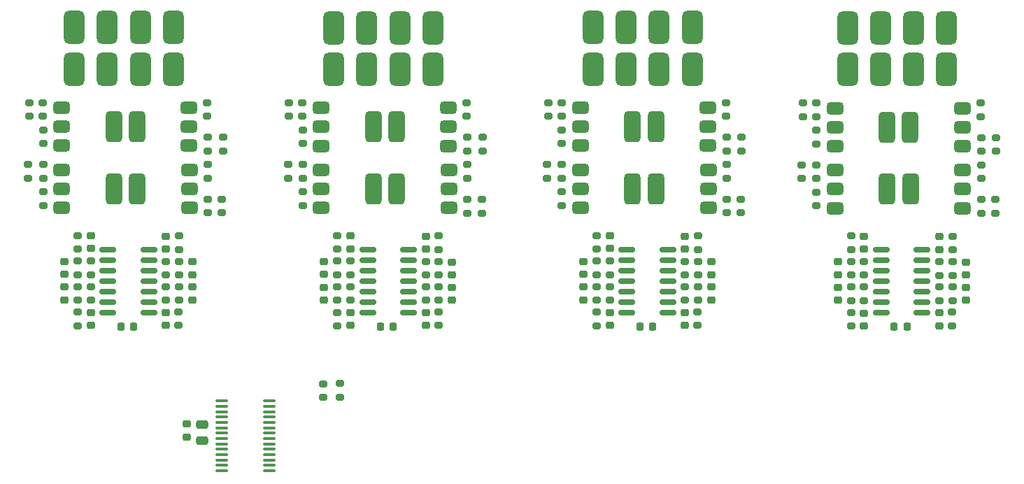
<source format=gbr>
%TF.GenerationSoftware,KiCad,Pcbnew,8.0.4*%
%TF.CreationDate,2024-08-21T17:35:59-07:00*%
%TF.ProjectId,SMA_Test_Bed,534d415f-5465-4737-945f-4265642e6b69,rev?*%
%TF.SameCoordinates,Original*%
%TF.FileFunction,Paste,Top*%
%TF.FilePolarity,Positive*%
%FSLAX46Y46*%
G04 Gerber Fmt 4.6, Leading zero omitted, Abs format (unit mm)*
G04 Created by KiCad (PCBNEW 8.0.4) date 2024-08-21 17:35:59*
%MOMM*%
%LPD*%
G01*
G04 APERTURE LIST*
G04 Aperture macros list*
%AMRoundRect*
0 Rectangle with rounded corners*
0 $1 Rounding radius*
0 $2 $3 $4 $5 $6 $7 $8 $9 X,Y pos of 4 corners*
0 Add a 4 corners polygon primitive as box body*
4,1,4,$2,$3,$4,$5,$6,$7,$8,$9,$2,$3,0*
0 Add four circle primitives for the rounded corners*
1,1,$1+$1,$2,$3*
1,1,$1+$1,$4,$5*
1,1,$1+$1,$6,$7*
1,1,$1+$1,$8,$9*
0 Add four rect primitives between the rounded corners*
20,1,$1+$1,$2,$3,$4,$5,0*
20,1,$1+$1,$4,$5,$6,$7,0*
20,1,$1+$1,$6,$7,$8,$9,0*
20,1,$1+$1,$8,$9,$2,$3,0*%
G04 Aperture macros list end*
%ADD10RoundRect,0.200000X-0.275000X0.200000X-0.275000X-0.200000X0.275000X-0.200000X0.275000X0.200000X0*%
%ADD11RoundRect,0.200000X0.275000X-0.200000X0.275000X0.200000X-0.275000X0.200000X-0.275000X-0.200000X0*%
%ADD12RoundRect,0.225000X0.250000X-0.225000X0.250000X0.225000X-0.250000X0.225000X-0.250000X-0.225000X0*%
%ADD13RoundRect,0.635000X-0.635000X-1.365000X0.635000X-1.365000X0.635000X1.365000X-0.635000X1.365000X0*%
%ADD14RoundRect,0.150000X-0.825000X-0.150000X0.825000X-0.150000X0.825000X0.150000X-0.825000X0.150000X0*%
%ADD15RoundRect,0.225000X-0.225000X-0.250000X0.225000X-0.250000X0.225000X0.250000X-0.225000X0.250000X0*%
%ADD16RoundRect,0.225000X-0.250000X0.225000X-0.250000X-0.225000X0.250000X-0.225000X0.250000X0.225000X0*%
%ADD17RoundRect,0.100000X-0.637500X-0.100000X0.637500X-0.100000X0.637500X0.100000X-0.637500X0.100000X0*%
%ADD18RoundRect,0.375000X-0.625000X-0.375000X0.625000X-0.375000X0.625000X0.375000X-0.625000X0.375000X0*%
%ADD19RoundRect,0.500000X-0.500000X-1.400000X0.500000X-1.400000X0.500000X1.400000X-0.500000X1.400000X0*%
%ADD20RoundRect,0.375000X0.625000X0.375000X-0.625000X0.375000X-0.625000X-0.375000X0.625000X-0.375000X0*%
%ADD21RoundRect,0.500000X0.500000X1.400000X-0.500000X1.400000X-0.500000X-1.400000X0.500000X-1.400000X0*%
%ADD22RoundRect,0.250000X-0.475000X0.250000X-0.475000X-0.250000X0.475000X-0.250000X0.475000X0.250000X0*%
G04 APERTURE END LIST*
D10*
%TO.C,R18*%
X156818065Y-82992431D03*
X156818065Y-84642431D03*
%TD*%
D11*
%TO.C,R45*%
X172225000Y-99600000D03*
X172225000Y-97950000D03*
%TD*%
%TO.C,R57*%
X164650000Y-87925000D03*
X164650000Y-86275000D03*
%TD*%
D10*
%TO.C,R78*%
X125400000Y-82975000D03*
X125400000Y-84625000D03*
%TD*%
D12*
%TO.C,C6*%
X140843065Y-96467431D03*
X140843065Y-94917431D03*
%TD*%
D13*
%TO.C,J9*%
X209000000Y-69750000D03*
X213000000Y-69750000D03*
%TD*%
D11*
%TO.C,R16*%
X149943065Y-99667431D03*
X149943065Y-98017431D03*
%TD*%
D14*
%TO.C,U5*%
X111500000Y-96565000D03*
X111500000Y-97835000D03*
X111500000Y-99105000D03*
X111500000Y-100375000D03*
X111500000Y-101645000D03*
X111500000Y-102915000D03*
X111500000Y-104185000D03*
X116450000Y-104185000D03*
X116450000Y-102915000D03*
X116450000Y-101645000D03*
X116450000Y-100375000D03*
X116450000Y-99105000D03*
X116450000Y-97835000D03*
X116450000Y-96565000D03*
%TD*%
D13*
%TO.C,J13*%
X178200000Y-69700000D03*
X182200000Y-69700000D03*
%TD*%
D10*
%TO.C,R14*%
X151543065Y-98017431D03*
X151543065Y-99667431D03*
%TD*%
D11*
%TO.C,R72*%
X120125000Y-96550000D03*
X120125000Y-94900000D03*
%TD*%
D12*
%TO.C,C24*%
X172225000Y-96450000D03*
X172225000Y-94900000D03*
%TD*%
D15*
%TO.C,C3*%
X144468065Y-105892431D03*
X146018065Y-105892431D03*
%TD*%
D10*
%TO.C,R19*%
X135068065Y-89592431D03*
X135068065Y-91242431D03*
%TD*%
D16*
%TO.C,C13*%
X199825000Y-98050000D03*
X199825000Y-99600000D03*
%TD*%
D11*
%TO.C,R71*%
X107825000Y-102700000D03*
X107825000Y-101050000D03*
%TD*%
D13*
%TO.C,J10*%
X170200000Y-69700000D03*
X174200000Y-69700000D03*
%TD*%
D11*
%TO.C,R20*%
X154918065Y-80442431D03*
X154918065Y-78792431D03*
%TD*%
D10*
%TO.C,R29*%
X197250000Y-82125000D03*
X197250000Y-83775000D03*
%TD*%
D11*
%TO.C,R10*%
X155018065Y-87942431D03*
X155018065Y-86292431D03*
%TD*%
%TO.C,R43*%
X170625000Y-96500000D03*
X170625000Y-94850000D03*
%TD*%
%TO.C,R27*%
X195600000Y-80475000D03*
X195600000Y-78825000D03*
%TD*%
%TO.C,R12*%
X151543065Y-96567431D03*
X151543065Y-94917431D03*
%TD*%
%TO.C,R80*%
X123500000Y-80425000D03*
X123500000Y-78775000D03*
%TD*%
D12*
%TO.C,C8*%
X137643065Y-102667431D03*
X137643065Y-101117431D03*
%TD*%
D11*
%TO.C,R56*%
X181325000Y-99650000D03*
X181325000Y-98000000D03*
%TD*%
%TO.C,R82*%
X139600000Y-114425000D03*
X139600000Y-112775000D03*
%TD*%
D12*
%TO.C,C11*%
X149943065Y-96517431D03*
X149943065Y-94967431D03*
%TD*%
D17*
%TO.C,U1*%
X125262500Y-114900000D03*
X125262500Y-115550000D03*
X125262500Y-116200000D03*
X125262500Y-116850000D03*
X125262500Y-117500000D03*
X125262500Y-118150000D03*
X125262500Y-118800000D03*
X125262500Y-119450000D03*
X125262500Y-120100000D03*
X125262500Y-120750000D03*
X125262500Y-121400000D03*
X125262500Y-122050000D03*
X125262500Y-122700000D03*
X125262500Y-123350000D03*
X130987500Y-123350000D03*
X130987500Y-122700000D03*
X130987500Y-122050000D03*
X130987500Y-121400000D03*
X130987500Y-120750000D03*
X130987500Y-120100000D03*
X130987500Y-119450000D03*
X130987500Y-118800000D03*
X130987500Y-118150000D03*
X130987500Y-117500000D03*
X130987500Y-116850000D03*
X130987500Y-116200000D03*
X130987500Y-115550000D03*
X130987500Y-114900000D03*
%TD*%
D18*
%TO.C,Q9*%
X168700000Y-79400000D03*
X168700000Y-81700000D03*
X168700000Y-84000000D03*
D19*
X175000000Y-81700000D03*
%TD*%
D12*
%TO.C,C35*%
X106225000Y-102650000D03*
X106225000Y-101100000D03*
%TD*%
D14*
%TO.C,U3*%
X205100000Y-96615000D03*
X205100000Y-97885000D03*
X205100000Y-99155000D03*
X205100000Y-100425000D03*
X205100000Y-101695000D03*
X205100000Y-102965000D03*
X205100000Y-104235000D03*
X210050000Y-104235000D03*
X210050000Y-102965000D03*
X210050000Y-101695000D03*
X210050000Y-100425000D03*
X210050000Y-99155000D03*
X210050000Y-97885000D03*
X210050000Y-96615000D03*
%TD*%
D10*
%TO.C,R55*%
X172225000Y-101050000D03*
X172225000Y-102700000D03*
%TD*%
D16*
%TO.C,C37*%
X109425000Y-104200000D03*
X109425000Y-105750000D03*
%TD*%
D11*
%TO.C,R3*%
X139243065Y-96517431D03*
X139243065Y-94867431D03*
%TD*%
D10*
%TO.C,R42*%
X182850000Y-104100000D03*
X182850000Y-105750000D03*
%TD*%
%TO.C,R66*%
X118525000Y-101050000D03*
X118525000Y-102700000D03*
%TD*%
D16*
%TO.C,C7*%
X149943065Y-104192431D03*
X149943065Y-105742431D03*
%TD*%
D20*
%TO.C,Q8*%
X214900000Y-84050000D03*
X214900000Y-81750000D03*
X214900000Y-79450000D03*
D21*
X208600000Y-81750000D03*
%TD*%
D10*
%TO.C,R6*%
X149943065Y-101067431D03*
X149943065Y-102717431D03*
%TD*%
D13*
%TO.C,J12*%
X170200000Y-74700000D03*
X174200000Y-74700000D03*
%TD*%
D10*
%TO.C,R59*%
X166450000Y-89575000D03*
X166450000Y-91225000D03*
%TD*%
%TO.C,R89*%
X186400000Y-90475000D03*
X186400000Y-92125000D03*
%TD*%
D16*
%TO.C,C27*%
X184525000Y-98050000D03*
X184525000Y-99600000D03*
%TD*%
D12*
%TO.C,C20*%
X212125000Y-96550000D03*
X212125000Y-95000000D03*
%TD*%
D13*
%TO.C,J15*%
X115400000Y-74700000D03*
X119400000Y-74700000D03*
%TD*%
D10*
%TO.C,R48*%
X188100000Y-90475000D03*
X188100000Y-92125000D03*
%TD*%
%TO.C,R39*%
X197250000Y-89625000D03*
X197250000Y-91275000D03*
%TD*%
D12*
%TO.C,C23*%
X184525000Y-102650000D03*
X184525000Y-101100000D03*
%TD*%
D11*
%TO.C,R37*%
X195450000Y-87975000D03*
X195450000Y-86325000D03*
%TD*%
D16*
%TO.C,C31*%
X106225000Y-98000000D03*
X106225000Y-99550000D03*
%TD*%
D11*
%TO.C,R17*%
X133268065Y-87942431D03*
X133268065Y-86292431D03*
%TD*%
D18*
%TO.C,Q7*%
X199500000Y-86950000D03*
X199500000Y-89250000D03*
X199500000Y-91550000D03*
D19*
X205800000Y-89250000D03*
%TD*%
D16*
%TO.C,C10*%
X140843065Y-104217431D03*
X140843065Y-105767431D03*
%TD*%
%TO.C,C19*%
X203025000Y-104250000D03*
X203025000Y-105800000D03*
%TD*%
D11*
%TO.C,R47*%
X164800000Y-80425000D03*
X164800000Y-78775000D03*
%TD*%
D12*
%TO.C,C14*%
X215325000Y-102700000D03*
X215325000Y-101150000D03*
%TD*%
%TO.C,C15*%
X203025000Y-96500000D03*
X203025000Y-94950000D03*
%TD*%
D20*
%TO.C,Q10*%
X184150000Y-91500000D03*
X184150000Y-89200000D03*
X184150000Y-86900000D03*
D21*
X177850000Y-89200000D03*
%TD*%
D18*
%TO.C,Q13*%
X105900000Y-79400000D03*
X105900000Y-81700000D03*
X105900000Y-84000000D03*
D19*
X112200000Y-81700000D03*
%TD*%
D10*
%TO.C,R41*%
X170625000Y-97950000D03*
X170625000Y-99600000D03*
%TD*%
%TO.C,R26*%
X212125000Y-101100000D03*
X212125000Y-102750000D03*
%TD*%
D18*
%TO.C,Q3*%
X137318065Y-86917431D03*
X137318065Y-89217431D03*
X137318065Y-91517431D03*
D19*
X143618065Y-89217431D03*
%TD*%
D11*
%TO.C,R50*%
X186400000Y-87925000D03*
X186400000Y-86275000D03*
%TD*%
D20*
%TO.C,Q6*%
X214950000Y-91550000D03*
X214950000Y-89250000D03*
X214950000Y-86950000D03*
D21*
X208650000Y-89250000D03*
%TD*%
D13*
%TO.C,J7*%
X209000000Y-74750000D03*
X213000000Y-74750000D03*
%TD*%
D11*
%TO.C,R83*%
X135018065Y-80442431D03*
X135018065Y-78792431D03*
%TD*%
D20*
%TO.C,Q4*%
X152718065Y-84017431D03*
X152718065Y-81717431D03*
X152718065Y-79417431D03*
D21*
X146418065Y-81717431D03*
%TD*%
D15*
%TO.C,C12*%
X206650000Y-105925000D03*
X208200000Y-105925000D03*
%TD*%
D10*
%TO.C,R28*%
X218900000Y-90525000D03*
X218900000Y-92175000D03*
%TD*%
D11*
%TO.C,R84*%
X197200000Y-80475000D03*
X197200000Y-78825000D03*
%TD*%
D13*
%TO.C,J17*%
X115400000Y-69700000D03*
X119400000Y-69700000D03*
%TD*%
D10*
%TO.C,R68*%
X125300000Y-90475000D03*
X125300000Y-92125000D03*
%TD*%
%TO.C,R49*%
X166450000Y-82075000D03*
X166450000Y-83725000D03*
%TD*%
D11*
%TO.C,R7*%
X133418065Y-80442431D03*
X133418065Y-78792431D03*
%TD*%
D20*
%TO.C,Q12*%
X184100000Y-84000000D03*
X184100000Y-81700000D03*
X184100000Y-79400000D03*
D21*
X177800000Y-81700000D03*
%TD*%
D10*
%TO.C,R38*%
X219000000Y-83025000D03*
X219000000Y-84675000D03*
%TD*%
D12*
%TO.C,C33*%
X109425000Y-96450000D03*
X109425000Y-94900000D03*
%TD*%
D13*
%TO.C,J6*%
X201000000Y-69750000D03*
X205000000Y-69750000D03*
%TD*%
D10*
%TO.C,R95*%
X155018065Y-82992431D03*
X155018065Y-84642431D03*
%TD*%
%TO.C,R9*%
X135068065Y-82092431D03*
X135068065Y-83742431D03*
%TD*%
%TO.C,R21*%
X201425000Y-98000000D03*
X201425000Y-99650000D03*
%TD*%
D13*
%TO.C,J4*%
X138818065Y-74717431D03*
X142818065Y-74717431D03*
%TD*%
%TO.C,J5*%
X146818065Y-69717431D03*
X150818065Y-69717431D03*
%TD*%
D10*
%TO.C,R2*%
X151468065Y-104117431D03*
X151468065Y-105767431D03*
%TD*%
D11*
%TO.C,R11*%
X139243065Y-102717431D03*
X139243065Y-101067431D03*
%TD*%
%TO.C,R64*%
X120125000Y-102700000D03*
X120125000Y-101050000D03*
%TD*%
%TO.C,R65*%
X109425000Y-99600000D03*
X109425000Y-97950000D03*
%TD*%
%TO.C,R85*%
X166400000Y-80425000D03*
X166400000Y-78775000D03*
%TD*%
%TO.C,R67*%
X102000000Y-80425000D03*
X102000000Y-78775000D03*
%TD*%
D16*
%TO.C,C28*%
X172225000Y-104200000D03*
X172225000Y-105750000D03*
%TD*%
D14*
%TO.C,U4*%
X174300000Y-96565000D03*
X174300000Y-97835000D03*
X174300000Y-99105000D03*
X174300000Y-100375000D03*
X174300000Y-101645000D03*
X174300000Y-102915000D03*
X174300000Y-104185000D03*
X179250000Y-104185000D03*
X179250000Y-102915000D03*
X179250000Y-101645000D03*
X179250000Y-100375000D03*
X179250000Y-99105000D03*
X179250000Y-97835000D03*
X179250000Y-96565000D03*
%TD*%
D20*
%TO.C,Q16*%
X121300000Y-84000000D03*
X121300000Y-81700000D03*
X121300000Y-79400000D03*
D21*
X115000000Y-81700000D03*
%TD*%
D11*
%TO.C,R70*%
X123600000Y-87925000D03*
X123600000Y-86275000D03*
%TD*%
D20*
%TO.C,Q14*%
X121350000Y-91500000D03*
X121350000Y-89200000D03*
X121350000Y-86900000D03*
D21*
X115050000Y-89200000D03*
%TD*%
D14*
%TO.C,U2*%
X142918065Y-96582431D03*
X142918065Y-97852431D03*
X142918065Y-99122431D03*
X142918065Y-100392431D03*
X142918065Y-101662431D03*
X142918065Y-102932431D03*
X142918065Y-104202431D03*
X147868065Y-104202431D03*
X147868065Y-102932431D03*
X147868065Y-101662431D03*
X147868065Y-100392431D03*
X147868065Y-99122431D03*
X147868065Y-97852431D03*
X147868065Y-96582431D03*
%TD*%
D13*
%TO.C,J2*%
X138818065Y-69717431D03*
X142818065Y-69717431D03*
%TD*%
D10*
%TO.C,R98*%
X123600000Y-82975000D03*
X123600000Y-84625000D03*
%TD*%
%TO.C,R87*%
X155018065Y-90492431D03*
X155018065Y-92142431D03*
%TD*%
D11*
%TO.C,R63*%
X107825000Y-96500000D03*
X107825000Y-94850000D03*
%TD*%
D10*
%TO.C,R61*%
X107825000Y-97950000D03*
X107825000Y-99600000D03*
%TD*%
%TO.C,R88*%
X217200000Y-90525000D03*
X217200000Y-92175000D03*
%TD*%
%TO.C,R73*%
X107825000Y-104150000D03*
X107825000Y-105800000D03*
%TD*%
D11*
%TO.C,R51*%
X170625000Y-102700000D03*
X170625000Y-101050000D03*
%TD*%
%TO.C,R25*%
X203025000Y-99650000D03*
X203025000Y-98000000D03*
%TD*%
%TO.C,R86*%
X103600000Y-80425000D03*
X103600000Y-78775000D03*
%TD*%
D12*
%TO.C,C32*%
X121725000Y-102650000D03*
X121725000Y-101100000D03*
%TD*%
D16*
%TO.C,C9*%
X153143065Y-98067431D03*
X153143065Y-99617431D03*
%TD*%
D11*
%TO.C,R32*%
X213725000Y-96600000D03*
X213725000Y-94950000D03*
%TD*%
%TO.C,R40*%
X217100000Y-80475000D03*
X217100000Y-78825000D03*
%TD*%
%TO.C,R60*%
X186300000Y-80425000D03*
X186300000Y-78775000D03*
%TD*%
D12*
%TO.C,C5*%
X153143065Y-102667431D03*
X153143065Y-101117431D03*
%TD*%
D10*
%TO.C,R46*%
X181325000Y-101050000D03*
X181325000Y-102700000D03*
%TD*%
D12*
%TO.C,C29*%
X181325000Y-96500000D03*
X181325000Y-94950000D03*
%TD*%
D16*
%TO.C,C18*%
X215325000Y-98100000D03*
X215325000Y-99650000D03*
%TD*%
D11*
%TO.C,R4*%
X151543065Y-102717431D03*
X151543065Y-101067431D03*
%TD*%
D10*
%TO.C,R97*%
X186400000Y-82975000D03*
X186400000Y-84625000D03*
%TD*%
D18*
%TO.C,Q15*%
X105900000Y-86900000D03*
X105900000Y-89200000D03*
X105900000Y-91500000D03*
D19*
X112200000Y-89200000D03*
%TD*%
D18*
%TO.C,Q11*%
X168700000Y-86900000D03*
X168700000Y-89200000D03*
X168700000Y-91500000D03*
D19*
X175000000Y-89200000D03*
%TD*%
D16*
%TO.C,C25*%
X181325000Y-104175000D03*
X181325000Y-105725000D03*
%TD*%
D13*
%TO.C,J8*%
X201000000Y-74750000D03*
X205000000Y-74750000D03*
%TD*%
D15*
%TO.C,C21*%
X175850000Y-105875000D03*
X177400000Y-105875000D03*
%TD*%
D10*
%TO.C,R75*%
X109425000Y-101050000D03*
X109425000Y-102700000D03*
%TD*%
D13*
%TO.C,J3*%
X146818065Y-74717431D03*
X150818065Y-74717431D03*
%TD*%
D10*
%TO.C,R54*%
X182925000Y-98000000D03*
X182925000Y-99650000D03*
%TD*%
D16*
%TO.C,C4*%
X137643065Y-98017431D03*
X137643065Y-99567431D03*
%TD*%
D11*
%TO.C,R36*%
X212125000Y-99700000D03*
X212125000Y-98050000D03*
%TD*%
D12*
%TO.C,C38*%
X118525000Y-96500000D03*
X118525000Y-94950000D03*
%TD*%
D18*
%TO.C,Q5*%
X199500000Y-79450000D03*
X199500000Y-81750000D03*
X199500000Y-84050000D03*
D19*
X205800000Y-81750000D03*
%TD*%
D13*
%TO.C,J14*%
X107400000Y-69700000D03*
X111400000Y-69700000D03*
%TD*%
D16*
%TO.C,C34*%
X118525000Y-104175000D03*
X118525000Y-105725000D03*
%TD*%
D10*
%TO.C,R15*%
X140843065Y-101067431D03*
X140843065Y-102717431D03*
%TD*%
%TO.C,R62*%
X120050000Y-104100000D03*
X120050000Y-105750000D03*
%TD*%
%TO.C,R22*%
X213650000Y-104150000D03*
X213650000Y-105800000D03*
%TD*%
%TO.C,R96*%
X217200000Y-83025000D03*
X217200000Y-84675000D03*
%TD*%
D22*
%TO.C,C1*%
X122925000Y-117775000D03*
X122925000Y-119675000D03*
%TD*%
D10*
%TO.C,R35*%
X203025000Y-101100000D03*
X203025000Y-102750000D03*
%TD*%
D16*
%TO.C,C2*%
X121000000Y-117700000D03*
X121000000Y-119250000D03*
%TD*%
D10*
%TO.C,R53*%
X170625000Y-104150000D03*
X170625000Y-105800000D03*
%TD*%
D11*
%TO.C,R23*%
X201425000Y-96550000D03*
X201425000Y-94900000D03*
%TD*%
D16*
%TO.C,C16*%
X212125000Y-104225000D03*
X212125000Y-105775000D03*
%TD*%
D10*
%TO.C,R90*%
X123600000Y-90475000D03*
X123600000Y-92125000D03*
%TD*%
D15*
%TO.C,C30*%
X113050000Y-105875000D03*
X114600000Y-105875000D03*
%TD*%
D12*
%TO.C,C17*%
X199825000Y-102700000D03*
X199825000Y-101150000D03*
%TD*%
D11*
%TO.C,R93*%
X166450000Y-87925000D03*
X166450000Y-86275000D03*
%TD*%
%TO.C,R91*%
X135068065Y-87942431D03*
X135068065Y-86292431D03*
%TD*%
%TO.C,R76*%
X118525000Y-99650000D03*
X118525000Y-98000000D03*
%TD*%
D10*
%TO.C,R81*%
X137500000Y-112800000D03*
X137500000Y-114450000D03*
%TD*%
D20*
%TO.C,Q2*%
X152768065Y-91517431D03*
X152768065Y-89217431D03*
X152768065Y-86917431D03*
D21*
X146468065Y-89217431D03*
%TD*%
D10*
%TO.C,R33*%
X201425000Y-104200000D03*
X201425000Y-105850000D03*
%TD*%
%TO.C,R1*%
X139243065Y-97967431D03*
X139243065Y-99617431D03*
%TD*%
D11*
%TO.C,R52*%
X182925000Y-96550000D03*
X182925000Y-94900000D03*
%TD*%
%TO.C,R31*%
X201425000Y-102750000D03*
X201425000Y-101100000D03*
%TD*%
%TO.C,R24*%
X213725000Y-102750000D03*
X213725000Y-101100000D03*
%TD*%
%TO.C,R5*%
X140843065Y-99617431D03*
X140843065Y-97967431D03*
%TD*%
D10*
%TO.C,R8*%
X156718065Y-90492431D03*
X156718065Y-92142431D03*
%TD*%
D13*
%TO.C,J16*%
X107400000Y-74700000D03*
X111400000Y-74700000D03*
%TD*%
D10*
%TO.C,R74*%
X120125000Y-98000000D03*
X120125000Y-99650000D03*
%TD*%
D11*
%TO.C,R94*%
X103650000Y-87925000D03*
X103650000Y-86275000D03*
%TD*%
D10*
%TO.C,R79*%
X103650000Y-89575000D03*
X103650000Y-91225000D03*
%TD*%
D13*
%TO.C,J11*%
X178200000Y-74700000D03*
X182200000Y-74700000D03*
%TD*%
D10*
%TO.C,R69*%
X103650000Y-82075000D03*
X103650000Y-83725000D03*
%TD*%
D16*
%TO.C,C36*%
X121725000Y-98050000D03*
X121725000Y-99600000D03*
%TD*%
D11*
%TO.C,R44*%
X182925000Y-102700000D03*
X182925000Y-101050000D03*
%TD*%
D12*
%TO.C,C26*%
X169025000Y-102650000D03*
X169025000Y-101100000D03*
%TD*%
D11*
%TO.C,R30*%
X217200000Y-87975000D03*
X217200000Y-86325000D03*
%TD*%
D16*
%TO.C,C22*%
X169025000Y-98000000D03*
X169025000Y-99550000D03*
%TD*%
D10*
%TO.C,R13*%
X139243065Y-104167431D03*
X139243065Y-105817431D03*
%TD*%
D18*
%TO.C,Q1*%
X137318065Y-79417431D03*
X137318065Y-81717431D03*
X137318065Y-84017431D03*
D19*
X143618065Y-81717431D03*
%TD*%
D11*
%TO.C,R92*%
X197250000Y-87975000D03*
X197250000Y-86325000D03*
%TD*%
D10*
%TO.C,R34*%
X213725000Y-98050000D03*
X213725000Y-99700000D03*
%TD*%
%TO.C,R58*%
X188200000Y-82975000D03*
X188200000Y-84625000D03*
%TD*%
D11*
%TO.C,R77*%
X101850000Y-87925000D03*
X101850000Y-86275000D03*
%TD*%
M02*

</source>
